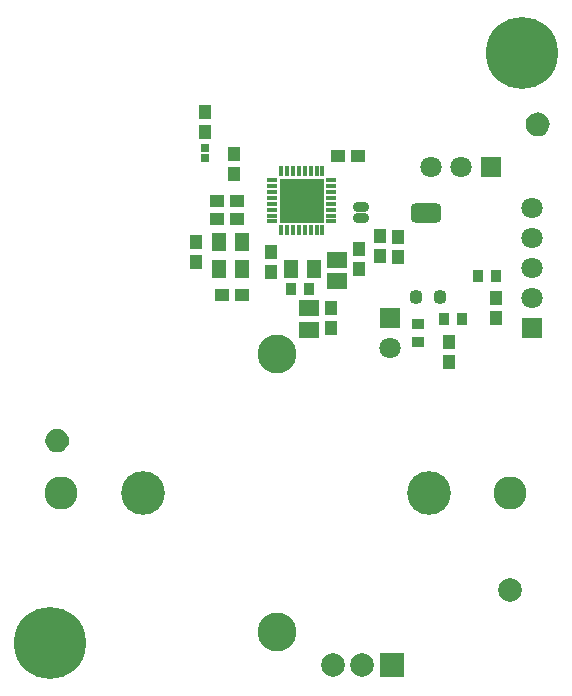
<source format=gts>
G04*
G04 #@! TF.GenerationSoftware,Altium Limited,Altium Designer,18.1.9 (240)*
G04*
G04 Layer_Color=8388736*
%FSLAX24Y24*%
%MOIN*%
G70*
G01*
G75*
%ADD28R,0.0434X0.0356*%
%ADD29R,0.0356X0.0434*%
%ADD30R,0.0474X0.0434*%
%ADD31R,0.0434X0.0474*%
%ADD32R,0.0513X0.0592*%
%ADD33R,0.1496X0.1496*%
%ADD34O,0.0157X0.0354*%
%ADD35O,0.0354X0.0157*%
%ADD36R,0.0493X0.0631*%
%ADD37R,0.0651X0.0533*%
G04:AMPARAMS|DCode=38|XSize=51.3mil|YSize=31.6mil|CornerRadius=9.9mil|HoleSize=0mil|Usage=FLASHONLY|Rotation=0.000|XOffset=0mil|YOffset=0mil|HoleType=Round|Shape=RoundedRectangle|*
%AMROUNDEDRECTD38*
21,1,0.0513,0.0118,0,0,0.0*
21,1,0.0315,0.0316,0,0,0.0*
1,1,0.0198,0.0157,-0.0059*
1,1,0.0198,-0.0157,-0.0059*
1,1,0.0198,-0.0157,0.0059*
1,1,0.0198,0.0157,0.0059*
%
%ADD38ROUNDEDRECTD38*%
G04:AMPARAMS|DCode=39|XSize=102.5mil|YSize=67.1mil|CornerRadius=18.8mil|HoleSize=0mil|Usage=FLASHONLY|Rotation=0.000|XOffset=0mil|YOffset=0mil|HoleType=Round|Shape=RoundedRectangle|*
%AMROUNDEDRECTD39*
21,1,0.1025,0.0295,0,0,0.0*
21,1,0.0650,0.0671,0,0,0.0*
1,1,0.0375,0.0325,-0.0148*
1,1,0.0375,-0.0325,-0.0148*
1,1,0.0375,-0.0325,0.0148*
1,1,0.0375,0.0325,0.0148*
%
%ADD39ROUNDEDRECTD39*%
G04:AMPARAMS|DCode=40|XSize=39.5mil|YSize=43.4mil|CornerRadius=11.9mil|HoleSize=0mil|Usage=FLASHONLY|Rotation=0.000|XOffset=0mil|YOffset=0mil|HoleType=Round|Shape=RoundedRectangle|*
%AMROUNDEDRECTD40*
21,1,0.0395,0.0197,0,0,0.0*
21,1,0.0157,0.0434,0,0,0.0*
1,1,0.0237,0.0079,-0.0098*
1,1,0.0237,-0.0079,-0.0098*
1,1,0.0237,-0.0079,0.0098*
1,1,0.0237,0.0079,0.0098*
%
%ADD40ROUNDEDRECTD40*%
%ADD41R,0.0316X0.0297*%
%ADD42C,0.0512*%
%ADD43C,0.0710*%
%ADD44R,0.0710X0.0710*%
%ADD45R,0.0710X0.0710*%
%ADD46C,0.0789*%
%ADD47C,0.1458*%
%ADD48C,0.1104*%
%ADD49R,0.0789X0.0789*%
%ADD50C,0.2402*%
%ADD51C,0.1299*%
G36*
X1424Y8297D02*
X1437Y8194D01*
X1477Y8099D01*
X1540Y8016D01*
X1622Y7953D01*
X1718Y7914D01*
X1821Y7900D01*
X1924Y7914D01*
X2019Y7953D01*
X2102Y8016D01*
X2165Y8099D01*
X2204Y8194D01*
X2218Y8297D01*
D01*
X2204Y8400D01*
X2165Y8496D01*
X2102Y8578D01*
X2019Y8641D01*
X1924Y8681D01*
X1821Y8694D01*
X1718Y8681D01*
X1622Y8641D01*
X1540Y8578D01*
X1477Y8496D01*
X1437Y8400D01*
X1424Y8297D01*
D01*
D02*
G37*
G36*
X17447Y18839D02*
X17461Y18736D01*
X17501Y18640D01*
X17564Y18558D01*
X17646Y18495D01*
X17742Y18455D01*
X17844Y18441D01*
X17947Y18455D01*
X18043Y18495D01*
X18125Y18558D01*
X18188Y18640D01*
X18228Y18736D01*
X18242Y18839D01*
D01*
X18228Y18941D01*
X18188Y19037D01*
X18125Y19119D01*
X18043Y19182D01*
X17947Y19222D01*
X17844Y19236D01*
X17742Y19222D01*
X17646Y19182D01*
X17564Y19119D01*
X17501Y19037D01*
X17461Y18941D01*
X17447Y18839D01*
D01*
D02*
G37*
D28*
X13848Y12175D02*
D03*
Y11565D02*
D03*
D29*
X10236Y13337D02*
D03*
X9626D02*
D03*
X16457Y13780D02*
D03*
X15847D02*
D03*
X15325Y12352D02*
D03*
X14715D02*
D03*
D30*
X11191Y17785D02*
D03*
X11860D02*
D03*
X7835Y15669D02*
D03*
X7165D02*
D03*
X7835Y16270D02*
D03*
X7165D02*
D03*
X7313Y13150D02*
D03*
X7982D02*
D03*
D31*
X16457Y13061D02*
D03*
Y12392D02*
D03*
X6447Y14252D02*
D03*
Y14921D02*
D03*
X8957Y13907D02*
D03*
Y14577D02*
D03*
X10955Y12037D02*
D03*
Y12707D02*
D03*
X11900Y14675D02*
D03*
Y14006D02*
D03*
X13189Y14429D02*
D03*
Y15098D02*
D03*
X12579Y14439D02*
D03*
Y15108D02*
D03*
X14872Y11575D02*
D03*
Y10906D02*
D03*
X6766Y19242D02*
D03*
Y18573D02*
D03*
X7726Y17195D02*
D03*
Y17864D02*
D03*
D32*
X7982Y14921D02*
D03*
Y14016D02*
D03*
X7234Y14921D02*
D03*
Y14016D02*
D03*
D33*
X9980Y16289D02*
D03*
D34*
X10669Y15305D02*
D03*
X10472D02*
D03*
X10276D02*
D03*
X10079D02*
D03*
X9882D02*
D03*
X9685D02*
D03*
X9488D02*
D03*
X9291D02*
D03*
Y17274D02*
D03*
X9488D02*
D03*
X9685D02*
D03*
X9882D02*
D03*
X10079D02*
D03*
X10276D02*
D03*
X10472D02*
D03*
X10669D02*
D03*
D35*
X8996Y15600D02*
D03*
Y15797D02*
D03*
Y15994D02*
D03*
Y16191D02*
D03*
Y16388D02*
D03*
Y16585D02*
D03*
Y16782D02*
D03*
Y16978D02*
D03*
X10965D02*
D03*
Y16782D02*
D03*
Y16585D02*
D03*
Y16388D02*
D03*
Y16191D02*
D03*
Y15994D02*
D03*
Y15797D02*
D03*
Y15600D02*
D03*
D36*
X10384Y14026D02*
D03*
X9636D02*
D03*
D37*
X10236Y11998D02*
D03*
Y12707D02*
D03*
X11152Y14311D02*
D03*
Y13602D02*
D03*
D38*
X11939Y15718D02*
D03*
Y16073D02*
D03*
D39*
X14124Y15896D02*
D03*
D40*
X14603Y13071D02*
D03*
X13803D02*
D03*
D41*
X6762Y18041D02*
D03*
Y17707D02*
D03*
D42*
X1821Y8297D02*
D03*
X17844Y18839D02*
D03*
D43*
X12913Y11392D02*
D03*
X14295Y17421D02*
D03*
X15295D02*
D03*
X17638Y14051D02*
D03*
Y15051D02*
D03*
Y13051D02*
D03*
Y16051D02*
D03*
D44*
X12913Y12392D02*
D03*
X17638Y12051D02*
D03*
D45*
X16295Y17421D02*
D03*
D46*
X16929Y3307D02*
D03*
X11988Y827D02*
D03*
X11004D02*
D03*
D47*
X4685Y6535D02*
D03*
X14213D02*
D03*
D48*
X1969D02*
D03*
X16929D02*
D03*
D49*
X12972Y827D02*
D03*
D50*
X17323Y21220D02*
D03*
X1575Y1535D02*
D03*
D51*
X9152Y1929D02*
D03*
X9144Y11181D02*
D03*
M02*

</source>
